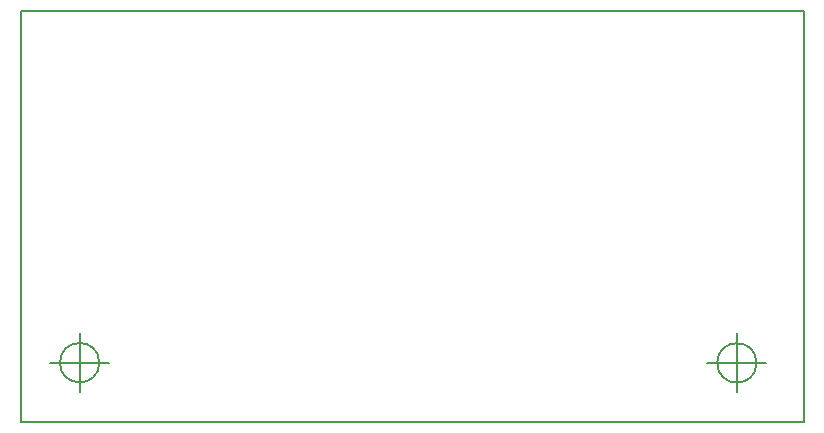
<source format=gko>
G04 #@! TF.FileFunction,Profile,NP*
%FSLAX46Y46*%
G04 Gerber Fmt 4.6, Leading zero omitted, Abs format (unit mm)*
G04 Created by KiCad (PCBNEW 4.0.2-stable) date 19-2-2017 13:23:34*
%MOMM*%
G01*
G04 APERTURE LIST*
%ADD10C,0.100000*%
%ADD11C,0.150000*%
G04 APERTURE END LIST*
D10*
D11*
X-6900Y-6600D02*
X-6900Y34807900D01*
X-6900Y-6600D02*
X66336900Y-6600D01*
X66336900Y-6600D02*
X66336900Y34807900D01*
X-6900Y34807900D02*
X66336900Y34807900D01*
X6661026Y4997840D02*
G75*
G03X6661026Y4997840I-1666666J0D01*
G01*
X2494360Y4997840D02*
X7494360Y4997840D01*
X4994360Y7497840D02*
X4994360Y2497840D01*
X62311026Y4977840D02*
G75*
G03X62311026Y4977840I-1666666J0D01*
G01*
X58144360Y4977840D02*
X63144360Y4977840D01*
X60644360Y7477840D02*
X60644360Y2477840D01*
X6661026Y4997840D02*
G75*
G03X6661026Y4997840I-1666666J0D01*
G01*
X2494360Y4997840D02*
X7494360Y4997840D01*
X4994360Y7497840D02*
X4994360Y2497840D01*
M02*

</source>
